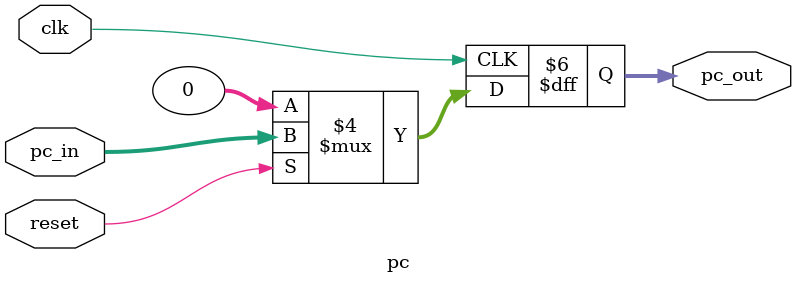
<source format=sv>
module pc (
    input wire clk, reset,
    input wire [31:0] pc_in,
    output reg [31:0] pc_out
);

always_ff @(posedge clk) begin
    if (!reset)
		  pc_out <= 32'b0;		  
    else
		  pc_out <= pc_in;
end

endmodule

</source>
